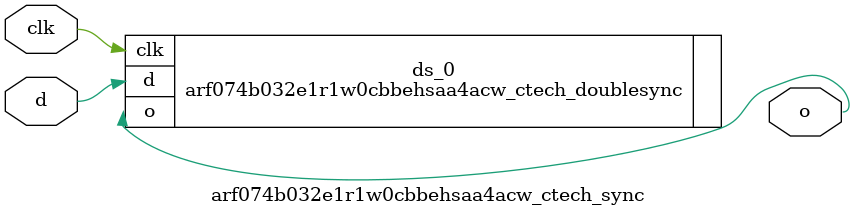
<source format=sv>

`ifndef ARF074B032E1R1W0CBBEHSAA4ACW_CTECH_SYNC_SV
`define ARF074B032E1R1W0CBBEHSAA4ACW_CTECH_SYNC_SV

module arf074b032e1r1w0cbbehsaa4acw_ctech_sync (
  input  logic  clk,
  input  logic  d,

  output logic  o
);

  arf074b032e1r1w0cbbehsaa4acw_ctech_doublesync ds_0 (.o(o), .d(d), .clk(clk));

endmodule // arf074b032e1r1w0cbbehsaa4acw_ctech_sync

`endif // ARF074B032E1R1W0CBBEHSAA4ACW_CTECH_SYNC_SV
</source>
